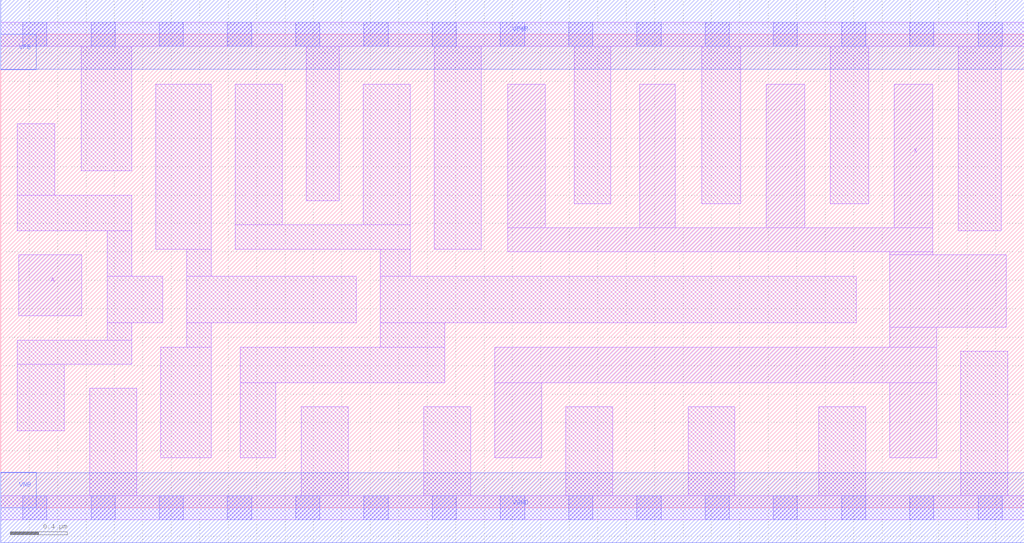
<source format=lef>
# Copyright 2020 The SkyWater PDK Authors
#
# Licensed under the Apache License, Version 2.0 (the "License");
# you may not use this file except in compliance with the License.
# You may obtain a copy of the License at
#
#     https://www.apache.org/licenses/LICENSE-2.0
#
# Unless required by applicable law or agreed to in writing, software
# distributed under the License is distributed on an "AS IS" BASIS,
# WITHOUT WARRANTIES OR CONDITIONS OF ANY KIND, either express or implied.
# See the License for the specific language governing permissions and
# limitations under the License.
#
# SPDX-License-Identifier: Apache-2.0

VERSION 5.5 ;
NAMESCASESENSITIVE ON ;
BUSBITCHARS "[]" ;
DIVIDERCHAR "/" ;
MACRO sky130_fd_sc_ms__bufbuf_8
  CLASS CORE ;
  SOURCE USER ;
  ORIGIN  0.000000  0.000000 ;
  SIZE  7.200000 BY  3.330000 ;
  SYMMETRY X Y ;
  SITE unit ;
  PIN A
    ANTENNAGATEAREA  0.208000 ;
    DIRECTION INPUT ;
    USE SIGNAL ;
    PORT
      LAYER li1 ;
        RECT 0.125000 1.350000 0.570000 1.780000 ;
    END
  END A
  PIN X
    ANTENNADIFFAREA  2.273200 ;
    DIRECTION OUTPUT ;
    USE SIGNAL ;
    PORT
      LAYER li1 ;
        RECT 3.475000 0.350000 3.805000 0.880000 ;
        RECT 3.475000 0.880000 6.585000 1.130000 ;
        RECT 3.565000 1.800000 6.555000 1.970000 ;
        RECT 3.565000 1.970000 3.830000 2.980000 ;
        RECT 4.495000 1.970000 4.745000 2.980000 ;
        RECT 5.385000 1.970000 5.655000 2.980000 ;
        RECT 6.255000 0.350000 6.585000 0.880000 ;
        RECT 6.255000 1.130000 6.585000 1.270000 ;
        RECT 6.255000 1.270000 7.075000 1.780000 ;
        RECT 6.255000 1.780000 6.555000 1.800000 ;
        RECT 6.285000 1.970000 6.555000 2.980000 ;
    END
  END X
  PIN VGND
    DIRECTION INOUT ;
    USE GROUND ;
    PORT
      LAYER met1 ;
        RECT 0.000000 -0.245000 7.200000 0.245000 ;
    END
  END VGND
  PIN VNB
    DIRECTION INOUT ;
    USE GROUND ;
    PORT
      LAYER met1 ;
        RECT 0.000000 0.000000 0.250000 0.250000 ;
    END
  END VNB
  PIN VPB
    DIRECTION INOUT ;
    USE POWER ;
    PORT
      LAYER met1 ;
        RECT 0.000000 3.080000 0.250000 3.330000 ;
    END
  END VPB
  PIN VPWR
    DIRECTION INOUT ;
    USE POWER ;
    PORT
      LAYER met1 ;
        RECT 0.000000 3.085000 7.200000 3.575000 ;
    END
  END VPWR
  OBS
    LAYER li1 ;
      RECT 0.000000 -0.085000 7.200000 0.085000 ;
      RECT 0.000000  3.245000 7.200000 3.415000 ;
      RECT 0.115000  0.540000 0.445000 1.010000 ;
      RECT 0.115000  1.010000 0.920000 1.180000 ;
      RECT 0.115000  1.950000 0.920000 2.200000 ;
      RECT 0.115000  2.200000 0.380000 2.700000 ;
      RECT 0.565000  2.370000 0.920000 3.245000 ;
      RECT 0.625000  0.085000 0.955000 0.840000 ;
      RECT 0.750000  1.180000 0.920000 1.300000 ;
      RECT 0.750000  1.300000 1.140000 1.630000 ;
      RECT 0.750000  1.630000 0.920000 1.950000 ;
      RECT 1.090000  1.820000 1.480000 2.980000 ;
      RECT 1.125000  0.350000 1.480000 1.130000 ;
      RECT 1.310000  1.130000 1.480000 1.300000 ;
      RECT 1.310000  1.300000 2.500000 1.630000 ;
      RECT 1.310000  1.630000 1.480000 1.820000 ;
      RECT 1.650000  1.820000 2.880000 1.990000 ;
      RECT 1.650000  1.990000 1.980000 2.980000 ;
      RECT 1.685000  0.350000 1.935000 0.880000 ;
      RECT 1.685000  0.880000 3.125000 1.130000 ;
      RECT 2.115000  0.085000 2.445000 0.710000 ;
      RECT 2.150000  2.160000 2.380000 3.245000 ;
      RECT 2.550000  1.990000 2.880000 2.980000 ;
      RECT 2.670000  1.130000 3.125000 1.300000 ;
      RECT 2.670000  1.300000 6.020000 1.630000 ;
      RECT 2.670000  1.630000 2.880000 1.820000 ;
      RECT 2.975000  0.085000 3.305000 0.710000 ;
      RECT 3.050000  1.820000 3.380000 3.245000 ;
      RECT 3.975000  0.085000 4.305000 0.710000 ;
      RECT 4.035000  2.140000 4.290000 3.245000 ;
      RECT 4.835000  0.085000 5.165000 0.710000 ;
      RECT 4.930000  2.140000 5.205000 3.245000 ;
      RECT 5.755000  0.085000 6.085000 0.710000 ;
      RECT 5.835000  2.140000 6.105000 3.245000 ;
      RECT 6.735000  1.950000 7.040000 3.245000 ;
      RECT 6.755000  0.085000 7.085000 1.100000 ;
    LAYER mcon ;
      RECT 0.155000 -0.085000 0.325000 0.085000 ;
      RECT 0.155000  3.245000 0.325000 3.415000 ;
      RECT 0.635000 -0.085000 0.805000 0.085000 ;
      RECT 0.635000  3.245000 0.805000 3.415000 ;
      RECT 1.115000 -0.085000 1.285000 0.085000 ;
      RECT 1.115000  3.245000 1.285000 3.415000 ;
      RECT 1.595000 -0.085000 1.765000 0.085000 ;
      RECT 1.595000  3.245000 1.765000 3.415000 ;
      RECT 2.075000 -0.085000 2.245000 0.085000 ;
      RECT 2.075000  3.245000 2.245000 3.415000 ;
      RECT 2.555000 -0.085000 2.725000 0.085000 ;
      RECT 2.555000  3.245000 2.725000 3.415000 ;
      RECT 3.035000 -0.085000 3.205000 0.085000 ;
      RECT 3.035000  3.245000 3.205000 3.415000 ;
      RECT 3.515000 -0.085000 3.685000 0.085000 ;
      RECT 3.515000  3.245000 3.685000 3.415000 ;
      RECT 3.995000 -0.085000 4.165000 0.085000 ;
      RECT 3.995000  3.245000 4.165000 3.415000 ;
      RECT 4.475000 -0.085000 4.645000 0.085000 ;
      RECT 4.475000  3.245000 4.645000 3.415000 ;
      RECT 4.955000 -0.085000 5.125000 0.085000 ;
      RECT 4.955000  3.245000 5.125000 3.415000 ;
      RECT 5.435000 -0.085000 5.605000 0.085000 ;
      RECT 5.435000  3.245000 5.605000 3.415000 ;
      RECT 5.915000 -0.085000 6.085000 0.085000 ;
      RECT 5.915000  3.245000 6.085000 3.415000 ;
      RECT 6.395000 -0.085000 6.565000 0.085000 ;
      RECT 6.395000  3.245000 6.565000 3.415000 ;
      RECT 6.875000 -0.085000 7.045000 0.085000 ;
      RECT 6.875000  3.245000 7.045000 3.415000 ;
  END
END sky130_fd_sc_ms__bufbuf_8

</source>
